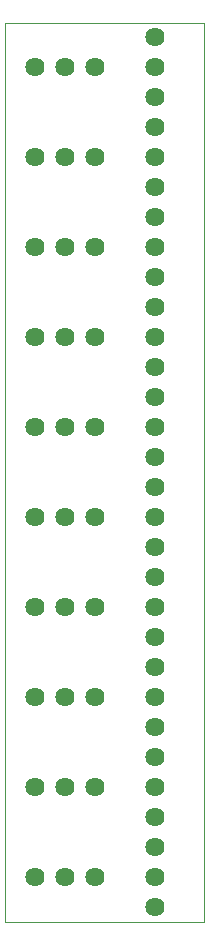
<source format=gbs>
G75*
%MOIN*%
%OFA0B0*%
%FSLAX24Y24*%
%IPPOS*%
%LPD*%
%AMOC8*
5,1,8,0,0,1.08239X$1,22.5*
%
%ADD10C,0.0000*%
%ADD11C,0.0640*%
D10*
X000100Y000125D02*
X000100Y030121D01*
X006720Y030121D01*
X006720Y000125D01*
X000100Y000125D01*
D11*
X001100Y001625D03*
X001100Y004625D03*
X001100Y007625D03*
X001100Y010625D03*
X001100Y013625D03*
X001100Y016625D03*
X001100Y019625D03*
X001100Y022625D03*
X001100Y025625D03*
X001100Y028625D03*
X002100Y028625D03*
X002100Y025625D03*
X002100Y022625D03*
X002100Y019625D03*
X002100Y016625D03*
X002100Y013625D03*
X002100Y010625D03*
X002100Y007625D03*
X002100Y004625D03*
X002100Y001625D03*
X003100Y001625D03*
X003100Y004625D03*
X003100Y007625D03*
X003100Y010625D03*
X003100Y013625D03*
X003100Y016625D03*
X003100Y019625D03*
X003100Y022625D03*
X003100Y025625D03*
X003100Y028625D03*
X005100Y028625D03*
X005100Y027625D03*
X005100Y026625D03*
X005100Y025625D03*
X005100Y024625D03*
X005100Y023625D03*
X005100Y022625D03*
X005100Y021625D03*
X005100Y020625D03*
X005100Y019625D03*
X005100Y018625D03*
X005100Y017625D03*
X005100Y016625D03*
X005100Y015625D03*
X005100Y014625D03*
X005100Y013625D03*
X005100Y012625D03*
X005100Y011625D03*
X005100Y010625D03*
X005100Y009625D03*
X005100Y008625D03*
X005100Y007625D03*
X005100Y006625D03*
X005100Y005625D03*
X005100Y004625D03*
X005100Y003625D03*
X005100Y002625D03*
X005100Y001625D03*
X005100Y000625D03*
X005100Y029625D03*
M02*

</source>
